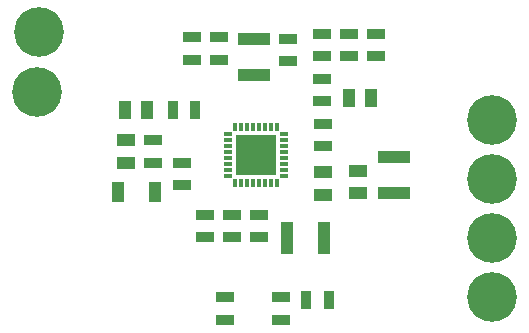
<source format=gbs>
G04*
G04 #@! TF.GenerationSoftware,Altium Limited,Altium Designer,23.8.1 (32)*
G04*
G04 Layer_Color=16711935*
%FSLAX44Y44*%
%MOMM*%
G71*
G04*
G04 #@! TF.SameCoordinates,F9BA51D5-AC74-40FF-A976-F5FAEDCE12CC*
G04*
G04*
G04 #@! TF.FilePolarity,Negative*
G04*
G01*
G75*
%ADD21R,1.5032X1.1032*%
%ADD22R,1.5032X0.9032*%
%ADD23R,1.1032X1.5032*%
%ADD24R,1.1032X2.7032*%
%ADD25C,4.2032*%
%ADD46R,3.4016X3.4016*%
%ADD47R,0.7016X0.3316*%
%ADD48R,0.3316X0.7016*%
%ADD49R,1.1032X1.8032*%
%ADD50R,0.9032X1.5032*%
%ADD51R,2.7032X1.1032*%
D21*
X140000Y262500D02*
D03*
Y243500D02*
D03*
X307000Y216500D02*
D03*
Y235500D02*
D03*
X336000Y236500D02*
D03*
Y217500D02*
D03*
D22*
X306000Y314500D02*
D03*
Y295500D02*
D03*
X187000Y243500D02*
D03*
Y224500D02*
D03*
X163000Y243500D02*
D03*
Y262500D02*
D03*
X207000Y199500D02*
D03*
Y180500D02*
D03*
X230000Y199500D02*
D03*
Y180500D02*
D03*
X253000Y199500D02*
D03*
Y180500D02*
D03*
X307000Y257500D02*
D03*
Y276500D02*
D03*
X224000Y110500D02*
D03*
Y129500D02*
D03*
X271000Y110500D02*
D03*
Y129500D02*
D03*
X352000Y333500D02*
D03*
Y352500D02*
D03*
X329000Y333500D02*
D03*
Y352500D02*
D03*
X306000D02*
D03*
Y333500D02*
D03*
X277000Y348500D02*
D03*
Y329500D02*
D03*
X219000Y330500D02*
D03*
Y349500D02*
D03*
X196000Y330500D02*
D03*
Y349500D02*
D03*
D23*
X158000Y288000D02*
D03*
X139000D02*
D03*
X347500Y298000D02*
D03*
X328500D02*
D03*
D24*
X307500Y180000D02*
D03*
X276500D02*
D03*
D25*
X450000Y230000D02*
D03*
Y280000D02*
D03*
X65000Y303000D02*
D03*
X66000Y354000D02*
D03*
X450000Y180000D02*
D03*
X450000Y130000D02*
D03*
D46*
X250000Y250000D02*
D03*
D47*
X274000Y267500D02*
D03*
Y262500D02*
D03*
Y257500D02*
D03*
Y252500D02*
D03*
Y247500D02*
D03*
Y242500D02*
D03*
Y237500D02*
D03*
Y232500D02*
D03*
X226000D02*
D03*
Y237500D02*
D03*
Y242500D02*
D03*
Y247500D02*
D03*
Y252500D02*
D03*
Y257500D02*
D03*
Y262500D02*
D03*
Y267500D02*
D03*
D48*
X267500Y226000D02*
D03*
X262500D02*
D03*
X257500D02*
D03*
X252500D02*
D03*
X247500D02*
D03*
X242500D02*
D03*
X237500D02*
D03*
X232500D02*
D03*
Y274000D02*
D03*
X237500D02*
D03*
X242500D02*
D03*
X247500D02*
D03*
X252500D02*
D03*
X257500D02*
D03*
X262500D02*
D03*
X267500D02*
D03*
D49*
X133500Y219000D02*
D03*
X164500D02*
D03*
D50*
X179500Y288000D02*
D03*
X198500D02*
D03*
X292500Y127000D02*
D03*
X311500D02*
D03*
D51*
X367000Y248500D02*
D03*
Y217500D02*
D03*
X248000Y317500D02*
D03*
Y348500D02*
D03*
M02*

</source>
